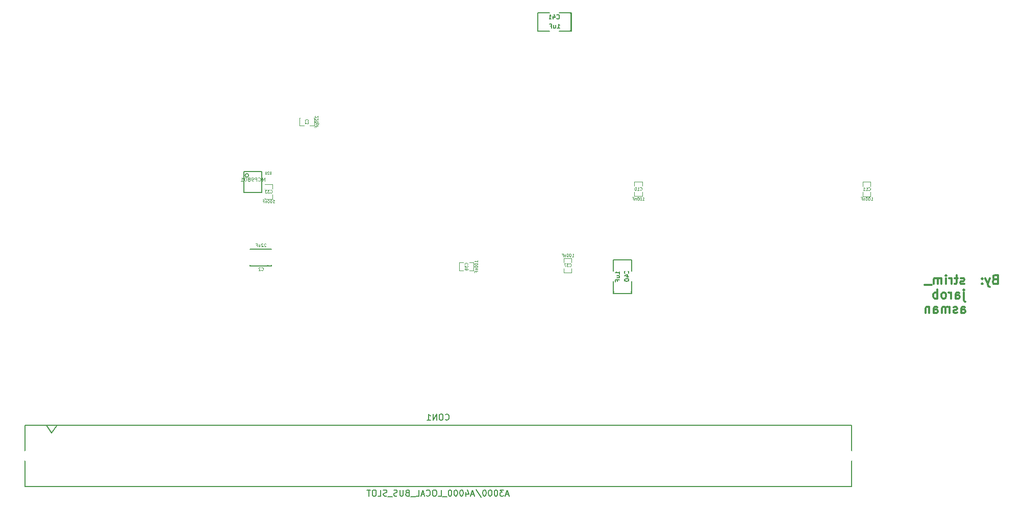
<source format=gbo>
G04 (created by PCBNEW (2013-07-07 BZR 4022)-stable) date 2015-08-26 18:09:03*
%MOIN*%
G04 Gerber Fmt 3.4, Leading zero omitted, Abs format*
%FSLAX34Y34*%
G01*
G70*
G90*
G04 APERTURE LIST*
%ADD10C,0.00590551*%
%ADD11C,0.011811*%
%ADD12C,0.0047*%
%ADD13C,0.005*%
%ADD14C,0.0045*%
%ADD15C,0.00393701*%
%ADD16C,0.00472441*%
%ADD17C,0.055*%
%ADD18R,0.055X0.055*%
%ADD19R,0.045X0.025*%
%ADD20R,0.025X0.045*%
%ADD21R,0.06X0.06*%
%ADD22C,0.06*%
%ADD23R,0.0768X0.0984*%
%ADD24C,0.0472441*%
%ADD25R,0.0472441X0.0472441*%
%ADD26C,0.11811*%
%ADD27R,0.0161X0.0402*%
%ADD28C,0.28189*%
%ADD29R,0.11X0.07*%
%ADD30R,0.07X0.11*%
G04 APERTURE END LIST*
G54D10*
G54D11*
X86878Y-31714D02*
X86793Y-31742D01*
X86765Y-31770D01*
X86737Y-31827D01*
X86737Y-31911D01*
X86765Y-31967D01*
X86793Y-31995D01*
X86850Y-32024D01*
X87075Y-32024D01*
X87075Y-31433D01*
X86878Y-31433D01*
X86821Y-31461D01*
X86793Y-31489D01*
X86765Y-31545D01*
X86765Y-31602D01*
X86793Y-31658D01*
X86821Y-31686D01*
X86878Y-31714D01*
X87075Y-31714D01*
X86540Y-31630D02*
X86400Y-32024D01*
X86259Y-31630D02*
X86400Y-32024D01*
X86456Y-32164D01*
X86484Y-32192D01*
X86540Y-32220D01*
X86034Y-31967D02*
X86006Y-31995D01*
X86034Y-32024D01*
X86062Y-31995D01*
X86034Y-31967D01*
X86034Y-32024D01*
X86034Y-31658D02*
X86006Y-31686D01*
X86034Y-31714D01*
X86062Y-31686D01*
X86034Y-31658D01*
X86034Y-31714D01*
X84881Y-31995D02*
X84825Y-32024D01*
X84712Y-32024D01*
X84656Y-31995D01*
X84628Y-31939D01*
X84628Y-31911D01*
X84656Y-31855D01*
X84712Y-31827D01*
X84797Y-31827D01*
X84853Y-31799D01*
X84881Y-31742D01*
X84881Y-31714D01*
X84853Y-31658D01*
X84797Y-31630D01*
X84712Y-31630D01*
X84656Y-31658D01*
X84459Y-31630D02*
X84234Y-31630D01*
X84375Y-31433D02*
X84375Y-31939D01*
X84347Y-31995D01*
X84290Y-32024D01*
X84234Y-32024D01*
X84037Y-32024D02*
X84037Y-31630D01*
X84037Y-31742D02*
X84009Y-31686D01*
X83981Y-31658D01*
X83925Y-31630D01*
X83869Y-31630D01*
X83672Y-32024D02*
X83672Y-31630D01*
X83672Y-31433D02*
X83700Y-31461D01*
X83672Y-31489D01*
X83644Y-31461D01*
X83672Y-31433D01*
X83672Y-31489D01*
X83391Y-32024D02*
X83391Y-31630D01*
X83391Y-31686D02*
X83362Y-31658D01*
X83306Y-31630D01*
X83222Y-31630D01*
X83166Y-31658D01*
X83138Y-31714D01*
X83138Y-32024D01*
X83138Y-31714D02*
X83109Y-31658D01*
X83053Y-31630D01*
X82969Y-31630D01*
X82913Y-31658D01*
X82884Y-31714D01*
X82884Y-32024D01*
X82744Y-32080D02*
X82294Y-32080D01*
X84839Y-32575D02*
X84839Y-33081D01*
X84867Y-33137D01*
X84923Y-33165D01*
X84951Y-33165D01*
X84839Y-32378D02*
X84867Y-32406D01*
X84839Y-32434D01*
X84811Y-32406D01*
X84839Y-32378D01*
X84839Y-32434D01*
X84305Y-32968D02*
X84305Y-32659D01*
X84333Y-32603D01*
X84389Y-32575D01*
X84501Y-32575D01*
X84558Y-32603D01*
X84305Y-32940D02*
X84361Y-32968D01*
X84501Y-32968D01*
X84558Y-32940D01*
X84586Y-32884D01*
X84586Y-32828D01*
X84558Y-32772D01*
X84501Y-32743D01*
X84361Y-32743D01*
X84305Y-32715D01*
X84023Y-32968D02*
X84023Y-32575D01*
X84023Y-32687D02*
X83995Y-32631D01*
X83967Y-32603D01*
X83911Y-32575D01*
X83855Y-32575D01*
X83573Y-32968D02*
X83630Y-32940D01*
X83658Y-32912D01*
X83686Y-32856D01*
X83686Y-32687D01*
X83658Y-32631D01*
X83630Y-32603D01*
X83573Y-32575D01*
X83489Y-32575D01*
X83433Y-32603D01*
X83405Y-32631D01*
X83377Y-32687D01*
X83377Y-32856D01*
X83405Y-32912D01*
X83433Y-32940D01*
X83489Y-32968D01*
X83573Y-32968D01*
X83123Y-32968D02*
X83123Y-32378D01*
X83123Y-32603D02*
X83067Y-32575D01*
X82955Y-32575D01*
X82898Y-32603D01*
X82870Y-32631D01*
X82842Y-32687D01*
X82842Y-32856D01*
X82870Y-32912D01*
X82898Y-32940D01*
X82955Y-32968D01*
X83067Y-32968D01*
X83123Y-32940D01*
X84670Y-33913D02*
X84670Y-33604D01*
X84698Y-33548D01*
X84755Y-33520D01*
X84867Y-33520D01*
X84923Y-33548D01*
X84670Y-33885D02*
X84726Y-33913D01*
X84867Y-33913D01*
X84923Y-33885D01*
X84951Y-33829D01*
X84951Y-33773D01*
X84923Y-33716D01*
X84867Y-33688D01*
X84726Y-33688D01*
X84670Y-33660D01*
X84417Y-33885D02*
X84361Y-33913D01*
X84248Y-33913D01*
X84192Y-33885D01*
X84164Y-33829D01*
X84164Y-33801D01*
X84192Y-33745D01*
X84248Y-33716D01*
X84333Y-33716D01*
X84389Y-33688D01*
X84417Y-33632D01*
X84417Y-33604D01*
X84389Y-33548D01*
X84333Y-33520D01*
X84248Y-33520D01*
X84192Y-33548D01*
X83911Y-33913D02*
X83911Y-33520D01*
X83911Y-33576D02*
X83883Y-33548D01*
X83826Y-33520D01*
X83742Y-33520D01*
X83686Y-33548D01*
X83658Y-33604D01*
X83658Y-33913D01*
X83658Y-33604D02*
X83630Y-33548D01*
X83573Y-33520D01*
X83489Y-33520D01*
X83433Y-33548D01*
X83405Y-33604D01*
X83405Y-33913D01*
X82870Y-33913D02*
X82870Y-33604D01*
X82898Y-33548D01*
X82955Y-33520D01*
X83067Y-33520D01*
X83123Y-33548D01*
X82870Y-33885D02*
X82927Y-33913D01*
X83067Y-33913D01*
X83123Y-33885D01*
X83152Y-33829D01*
X83152Y-33773D01*
X83123Y-33716D01*
X83067Y-33688D01*
X82927Y-33688D01*
X82870Y-33660D01*
X82589Y-33520D02*
X82589Y-33913D01*
X82589Y-33576D02*
X82561Y-33548D01*
X82505Y-33520D01*
X82420Y-33520D01*
X82364Y-33548D01*
X82336Y-33604D01*
X82336Y-33913D01*
G54D12*
X78247Y-25629D02*
X78247Y-25354D01*
X78247Y-26023D02*
X78247Y-26298D01*
X78759Y-25629D02*
X78759Y-25354D01*
X78759Y-26298D02*
X78759Y-26023D01*
X78753Y-25354D02*
X78253Y-25354D01*
X78253Y-26298D02*
X78753Y-26298D01*
X63324Y-25623D02*
X63324Y-25348D01*
X63324Y-26017D02*
X63324Y-26292D01*
X63836Y-25623D02*
X63836Y-25348D01*
X63836Y-26292D02*
X63836Y-26017D01*
X63830Y-25348D02*
X63330Y-25348D01*
X63330Y-26292D02*
X63830Y-26292D01*
X41734Y-21673D02*
X41459Y-21673D01*
X42128Y-21673D02*
X42403Y-21673D01*
X41734Y-21161D02*
X41459Y-21161D01*
X42403Y-21161D02*
X42128Y-21161D01*
X41459Y-21167D02*
X41459Y-21667D01*
X42403Y-21667D02*
X42403Y-21167D01*
G54D13*
X39395Y-30830D02*
X39395Y-29730D01*
X39620Y-30830D02*
X38220Y-30830D01*
X38220Y-30830D02*
X38220Y-29730D01*
X38220Y-29730D02*
X39620Y-29730D01*
X39620Y-29730D02*
X39620Y-30830D01*
G54D10*
X25250Y-41750D02*
X25600Y-41250D01*
X25600Y-41250D02*
X24900Y-41250D01*
X24900Y-41250D02*
X25250Y-41750D01*
X77500Y-41250D02*
X23500Y-41250D01*
X23500Y-41250D02*
X23500Y-45250D01*
X23500Y-45250D02*
X77500Y-45250D01*
X77500Y-45250D02*
X77500Y-41250D01*
G54D12*
X39168Y-25794D02*
X39168Y-25519D01*
X39168Y-26188D02*
X39168Y-26463D01*
X39680Y-25794D02*
X39680Y-25519D01*
X39680Y-26463D02*
X39680Y-26188D01*
X39674Y-25519D02*
X39174Y-25519D01*
X39174Y-26463D02*
X39674Y-26463D01*
X59224Y-30995D02*
X59224Y-31270D01*
X59224Y-30601D02*
X59224Y-30326D01*
X58712Y-30995D02*
X58712Y-31270D01*
X58712Y-30326D02*
X58712Y-30601D01*
X58718Y-31270D02*
X59218Y-31270D01*
X59218Y-30326D02*
X58718Y-30326D01*
X52152Y-31126D02*
X51877Y-31126D01*
X52546Y-31126D02*
X52821Y-31126D01*
X52152Y-30614D02*
X51877Y-30614D01*
X52821Y-30614D02*
X52546Y-30614D01*
X51877Y-30620D02*
X51877Y-31120D01*
X52821Y-31120D02*
X52821Y-30620D01*
G54D10*
X37809Y-26029D02*
X38990Y-26029D01*
X38990Y-26029D02*
X38990Y-24690D01*
X38990Y-24690D02*
X37809Y-24690D01*
X37809Y-24690D02*
X37809Y-26029D01*
G54D13*
X38117Y-24926D02*
G75*
G03X38117Y-24926I-111J0D01*
G74*
G01*
X63145Y-32635D02*
X61945Y-32635D01*
X61945Y-31185D02*
X61945Y-30435D01*
X61945Y-30435D02*
X63145Y-30435D01*
X63145Y-30435D02*
X63145Y-31185D01*
X63145Y-31835D02*
X63145Y-32635D01*
X63145Y-32556D02*
X61945Y-32556D01*
X61945Y-32635D02*
X61945Y-31835D01*
X59225Y-14295D02*
X59225Y-15495D01*
X57775Y-15495D02*
X57025Y-15495D01*
X57025Y-15495D02*
X57025Y-14295D01*
X57025Y-14295D02*
X57775Y-14295D01*
X58425Y-14295D02*
X59225Y-14295D01*
X59146Y-14295D02*
X59146Y-15495D01*
X59225Y-15495D02*
X58425Y-15495D01*
G54D14*
X78618Y-25887D02*
X78627Y-25897D01*
X78653Y-25906D01*
X78670Y-25906D01*
X78695Y-25897D01*
X78713Y-25878D01*
X78721Y-25859D01*
X78730Y-25821D01*
X78730Y-25792D01*
X78721Y-25754D01*
X78713Y-25735D01*
X78695Y-25716D01*
X78670Y-25706D01*
X78653Y-25706D01*
X78627Y-25716D01*
X78618Y-25726D01*
X78447Y-25906D02*
X78550Y-25906D01*
X78498Y-25906D02*
X78498Y-25706D01*
X78515Y-25735D01*
X78533Y-25754D01*
X78550Y-25764D01*
X78275Y-25906D02*
X78378Y-25906D01*
X78327Y-25906D02*
X78327Y-25706D01*
X78344Y-25735D01*
X78361Y-25754D01*
X78378Y-25764D01*
X78781Y-26556D02*
X78884Y-26556D01*
X78833Y-26556D02*
X78833Y-26356D01*
X78850Y-26385D01*
X78867Y-26404D01*
X78884Y-26414D01*
X78670Y-26356D02*
X78653Y-26356D01*
X78635Y-26366D01*
X78627Y-26376D01*
X78618Y-26395D01*
X78610Y-26433D01*
X78610Y-26480D01*
X78618Y-26518D01*
X78627Y-26537D01*
X78635Y-26547D01*
X78653Y-26556D01*
X78670Y-26556D01*
X78687Y-26547D01*
X78695Y-26537D01*
X78704Y-26518D01*
X78713Y-26480D01*
X78713Y-26433D01*
X78704Y-26395D01*
X78695Y-26376D01*
X78687Y-26366D01*
X78670Y-26356D01*
X78498Y-26356D02*
X78481Y-26356D01*
X78464Y-26366D01*
X78455Y-26376D01*
X78447Y-26395D01*
X78438Y-26433D01*
X78438Y-26480D01*
X78447Y-26518D01*
X78455Y-26537D01*
X78464Y-26547D01*
X78481Y-26556D01*
X78498Y-26556D01*
X78515Y-26547D01*
X78524Y-26537D01*
X78533Y-26518D01*
X78541Y-26480D01*
X78541Y-26433D01*
X78533Y-26395D01*
X78524Y-26376D01*
X78515Y-26366D01*
X78498Y-26356D01*
X78361Y-26423D02*
X78361Y-26556D01*
X78361Y-26442D02*
X78352Y-26433D01*
X78335Y-26423D01*
X78310Y-26423D01*
X78292Y-26433D01*
X78284Y-26452D01*
X78284Y-26556D01*
X78138Y-26452D02*
X78198Y-26452D01*
X78198Y-26556D02*
X78198Y-26356D01*
X78113Y-26356D01*
X63695Y-25881D02*
X63704Y-25891D01*
X63730Y-25900D01*
X63747Y-25900D01*
X63772Y-25891D01*
X63790Y-25872D01*
X63798Y-25853D01*
X63807Y-25815D01*
X63807Y-25786D01*
X63798Y-25748D01*
X63790Y-25729D01*
X63772Y-25710D01*
X63747Y-25700D01*
X63730Y-25700D01*
X63704Y-25710D01*
X63695Y-25720D01*
X63524Y-25900D02*
X63627Y-25900D01*
X63575Y-25900D02*
X63575Y-25700D01*
X63592Y-25729D01*
X63610Y-25748D01*
X63627Y-25758D01*
X63412Y-25700D02*
X63395Y-25700D01*
X63378Y-25710D01*
X63370Y-25720D01*
X63361Y-25739D01*
X63352Y-25777D01*
X63352Y-25824D01*
X63361Y-25862D01*
X63370Y-25881D01*
X63378Y-25891D01*
X63395Y-25900D01*
X63412Y-25900D01*
X63430Y-25891D01*
X63438Y-25881D01*
X63447Y-25862D01*
X63455Y-25824D01*
X63455Y-25777D01*
X63447Y-25739D01*
X63438Y-25720D01*
X63430Y-25710D01*
X63412Y-25700D01*
X63858Y-26550D02*
X63961Y-26550D01*
X63910Y-26550D02*
X63910Y-26350D01*
X63927Y-26379D01*
X63944Y-26398D01*
X63961Y-26408D01*
X63747Y-26350D02*
X63730Y-26350D01*
X63712Y-26360D01*
X63704Y-26370D01*
X63695Y-26389D01*
X63687Y-26427D01*
X63687Y-26474D01*
X63695Y-26512D01*
X63704Y-26531D01*
X63712Y-26541D01*
X63730Y-26550D01*
X63747Y-26550D01*
X63764Y-26541D01*
X63772Y-26531D01*
X63781Y-26512D01*
X63790Y-26474D01*
X63790Y-26427D01*
X63781Y-26389D01*
X63772Y-26370D01*
X63764Y-26360D01*
X63747Y-26350D01*
X63575Y-26350D02*
X63558Y-26350D01*
X63541Y-26360D01*
X63532Y-26370D01*
X63524Y-26389D01*
X63515Y-26427D01*
X63515Y-26474D01*
X63524Y-26512D01*
X63532Y-26531D01*
X63541Y-26541D01*
X63558Y-26550D01*
X63575Y-26550D01*
X63592Y-26541D01*
X63601Y-26531D01*
X63610Y-26512D01*
X63618Y-26474D01*
X63618Y-26427D01*
X63610Y-26389D01*
X63601Y-26370D01*
X63592Y-26360D01*
X63575Y-26350D01*
X63438Y-26417D02*
X63438Y-26550D01*
X63438Y-26436D02*
X63429Y-26427D01*
X63412Y-26417D01*
X63387Y-26417D01*
X63369Y-26427D01*
X63361Y-26446D01*
X63361Y-26550D01*
X63215Y-26446D02*
X63275Y-26446D01*
X63275Y-26550D02*
X63275Y-26350D01*
X63190Y-26350D01*
X41992Y-21387D02*
X42002Y-21378D01*
X42011Y-21352D01*
X42011Y-21335D01*
X42002Y-21309D01*
X41983Y-21292D01*
X41964Y-21284D01*
X41926Y-21275D01*
X41897Y-21275D01*
X41859Y-21284D01*
X41840Y-21292D01*
X41821Y-21309D01*
X41811Y-21335D01*
X41811Y-21352D01*
X41821Y-21378D01*
X41831Y-21387D01*
X41811Y-21447D02*
X41811Y-21558D01*
X41888Y-21498D01*
X41888Y-21524D01*
X41897Y-21541D01*
X41907Y-21549D01*
X41926Y-21558D01*
X41973Y-21558D01*
X41992Y-21549D01*
X42002Y-21541D01*
X42011Y-21524D01*
X42011Y-21472D01*
X42002Y-21455D01*
X41992Y-21447D01*
X42481Y-21035D02*
X42471Y-21044D01*
X42461Y-21061D01*
X42461Y-21104D01*
X42471Y-21121D01*
X42481Y-21129D01*
X42500Y-21138D01*
X42519Y-21138D01*
X42547Y-21129D01*
X42661Y-21026D01*
X42661Y-21138D01*
X42481Y-21207D02*
X42471Y-21215D01*
X42461Y-21232D01*
X42461Y-21275D01*
X42471Y-21292D01*
X42481Y-21301D01*
X42500Y-21309D01*
X42519Y-21309D01*
X42547Y-21301D01*
X42661Y-21198D01*
X42661Y-21309D01*
X42461Y-21421D02*
X42461Y-21438D01*
X42471Y-21455D01*
X42481Y-21464D01*
X42500Y-21472D01*
X42538Y-21481D01*
X42585Y-21481D01*
X42623Y-21472D01*
X42642Y-21464D01*
X42652Y-21455D01*
X42661Y-21438D01*
X42661Y-21421D01*
X42652Y-21404D01*
X42642Y-21395D01*
X42623Y-21387D01*
X42585Y-21378D01*
X42538Y-21378D01*
X42500Y-21387D01*
X42481Y-21395D01*
X42471Y-21404D01*
X42461Y-21421D01*
X42528Y-21558D02*
X42728Y-21558D01*
X42538Y-21558D02*
X42528Y-21575D01*
X42528Y-21609D01*
X42538Y-21627D01*
X42547Y-21635D01*
X42566Y-21644D01*
X42623Y-21644D01*
X42642Y-21635D01*
X42652Y-21627D01*
X42661Y-21609D01*
X42661Y-21575D01*
X42652Y-21558D01*
X42557Y-21781D02*
X42557Y-21721D01*
X42661Y-21721D02*
X42461Y-21721D01*
X42461Y-21807D01*
G54D12*
X38952Y-31115D02*
X38962Y-31125D01*
X38990Y-31134D01*
X39009Y-31134D01*
X39037Y-31125D01*
X39056Y-31106D01*
X39065Y-31087D01*
X39074Y-31050D01*
X39074Y-31022D01*
X39065Y-30984D01*
X39056Y-30965D01*
X39037Y-30947D01*
X39009Y-30937D01*
X38990Y-30937D01*
X38962Y-30947D01*
X38952Y-30956D01*
X38877Y-30956D02*
X38868Y-30947D01*
X38849Y-30937D01*
X38802Y-30937D01*
X38783Y-30947D01*
X38774Y-30956D01*
X38765Y-30975D01*
X38765Y-30994D01*
X38774Y-31022D01*
X38887Y-31134D01*
X38765Y-31134D01*
X39243Y-29406D02*
X39234Y-29397D01*
X39215Y-29387D01*
X39168Y-29387D01*
X39149Y-29397D01*
X39140Y-29406D01*
X39131Y-29425D01*
X39131Y-29444D01*
X39140Y-29472D01*
X39253Y-29584D01*
X39131Y-29584D01*
X39056Y-29406D02*
X39046Y-29397D01*
X39027Y-29387D01*
X38980Y-29387D01*
X38962Y-29397D01*
X38952Y-29406D01*
X38943Y-29425D01*
X38943Y-29444D01*
X38952Y-29472D01*
X39065Y-29584D01*
X38943Y-29584D01*
X38774Y-29453D02*
X38774Y-29584D01*
X38859Y-29453D02*
X38859Y-29556D01*
X38849Y-29575D01*
X38830Y-29584D01*
X38802Y-29584D01*
X38783Y-29575D01*
X38774Y-29565D01*
X38615Y-29481D02*
X38680Y-29481D01*
X38680Y-29584D02*
X38680Y-29387D01*
X38586Y-29387D01*
G54D10*
X50978Y-40871D02*
X50996Y-40890D01*
X51053Y-40909D01*
X51090Y-40909D01*
X51146Y-40890D01*
X51184Y-40853D01*
X51203Y-40815D01*
X51221Y-40740D01*
X51221Y-40684D01*
X51203Y-40609D01*
X51184Y-40571D01*
X51146Y-40534D01*
X51090Y-40515D01*
X51053Y-40515D01*
X50996Y-40534D01*
X50978Y-40553D01*
X50734Y-40515D02*
X50659Y-40515D01*
X50621Y-40534D01*
X50584Y-40571D01*
X50565Y-40646D01*
X50565Y-40778D01*
X50584Y-40853D01*
X50621Y-40890D01*
X50659Y-40909D01*
X50734Y-40909D01*
X50771Y-40890D01*
X50809Y-40853D01*
X50828Y-40778D01*
X50828Y-40646D01*
X50809Y-40571D01*
X50771Y-40534D01*
X50734Y-40515D01*
X50396Y-40909D02*
X50396Y-40515D01*
X50171Y-40909D01*
X50171Y-40515D01*
X49778Y-40909D02*
X50003Y-40909D01*
X49890Y-40909D02*
X49890Y-40515D01*
X49928Y-40571D01*
X49965Y-40609D01*
X50003Y-40628D01*
X55102Y-45746D02*
X54915Y-45746D01*
X55140Y-45859D02*
X55008Y-45465D01*
X54877Y-45859D01*
X54783Y-45465D02*
X54540Y-45465D01*
X54671Y-45615D01*
X54615Y-45615D01*
X54577Y-45634D01*
X54558Y-45653D01*
X54540Y-45690D01*
X54540Y-45784D01*
X54558Y-45821D01*
X54577Y-45840D01*
X54615Y-45859D01*
X54727Y-45859D01*
X54765Y-45840D01*
X54783Y-45821D01*
X54296Y-45465D02*
X54258Y-45465D01*
X54221Y-45484D01*
X54202Y-45503D01*
X54183Y-45540D01*
X54165Y-45615D01*
X54165Y-45709D01*
X54183Y-45784D01*
X54202Y-45821D01*
X54221Y-45840D01*
X54258Y-45859D01*
X54296Y-45859D01*
X54333Y-45840D01*
X54352Y-45821D01*
X54371Y-45784D01*
X54390Y-45709D01*
X54390Y-45615D01*
X54371Y-45540D01*
X54352Y-45503D01*
X54333Y-45484D01*
X54296Y-45465D01*
X53921Y-45465D02*
X53883Y-45465D01*
X53846Y-45484D01*
X53827Y-45503D01*
X53808Y-45540D01*
X53790Y-45615D01*
X53790Y-45709D01*
X53808Y-45784D01*
X53827Y-45821D01*
X53846Y-45840D01*
X53883Y-45859D01*
X53921Y-45859D01*
X53958Y-45840D01*
X53977Y-45821D01*
X53996Y-45784D01*
X54015Y-45709D01*
X54015Y-45615D01*
X53996Y-45540D01*
X53977Y-45503D01*
X53958Y-45484D01*
X53921Y-45465D01*
X53546Y-45465D02*
X53508Y-45465D01*
X53471Y-45484D01*
X53452Y-45503D01*
X53434Y-45540D01*
X53415Y-45615D01*
X53415Y-45709D01*
X53434Y-45784D01*
X53452Y-45821D01*
X53471Y-45840D01*
X53508Y-45859D01*
X53546Y-45859D01*
X53583Y-45840D01*
X53602Y-45821D01*
X53621Y-45784D01*
X53640Y-45709D01*
X53640Y-45615D01*
X53621Y-45540D01*
X53602Y-45503D01*
X53583Y-45484D01*
X53546Y-45465D01*
X52965Y-45446D02*
X53302Y-45953D01*
X52852Y-45746D02*
X52665Y-45746D01*
X52890Y-45859D02*
X52759Y-45465D01*
X52627Y-45859D01*
X52327Y-45596D02*
X52327Y-45859D01*
X52421Y-45446D02*
X52515Y-45728D01*
X52271Y-45728D01*
X52046Y-45465D02*
X52009Y-45465D01*
X51971Y-45484D01*
X51952Y-45503D01*
X51934Y-45540D01*
X51915Y-45615D01*
X51915Y-45709D01*
X51934Y-45784D01*
X51952Y-45821D01*
X51971Y-45840D01*
X52009Y-45859D01*
X52046Y-45859D01*
X52084Y-45840D01*
X52102Y-45821D01*
X52121Y-45784D01*
X52140Y-45709D01*
X52140Y-45615D01*
X52121Y-45540D01*
X52102Y-45503D01*
X52084Y-45484D01*
X52046Y-45465D01*
X51671Y-45465D02*
X51634Y-45465D01*
X51596Y-45484D01*
X51577Y-45503D01*
X51559Y-45540D01*
X51540Y-45615D01*
X51540Y-45709D01*
X51559Y-45784D01*
X51577Y-45821D01*
X51596Y-45840D01*
X51634Y-45859D01*
X51671Y-45859D01*
X51709Y-45840D01*
X51727Y-45821D01*
X51746Y-45784D01*
X51765Y-45709D01*
X51765Y-45615D01*
X51746Y-45540D01*
X51727Y-45503D01*
X51709Y-45484D01*
X51671Y-45465D01*
X51296Y-45465D02*
X51259Y-45465D01*
X51221Y-45484D01*
X51203Y-45503D01*
X51184Y-45540D01*
X51165Y-45615D01*
X51165Y-45709D01*
X51184Y-45784D01*
X51203Y-45821D01*
X51221Y-45840D01*
X51259Y-45859D01*
X51296Y-45859D01*
X51334Y-45840D01*
X51353Y-45821D01*
X51371Y-45784D01*
X51390Y-45709D01*
X51390Y-45615D01*
X51371Y-45540D01*
X51353Y-45503D01*
X51334Y-45484D01*
X51296Y-45465D01*
X51090Y-45896D02*
X50790Y-45896D01*
X50509Y-45859D02*
X50696Y-45859D01*
X50696Y-45465D01*
X50303Y-45465D02*
X50228Y-45465D01*
X50190Y-45484D01*
X50153Y-45521D01*
X50134Y-45596D01*
X50134Y-45728D01*
X50153Y-45803D01*
X50190Y-45840D01*
X50228Y-45859D01*
X50303Y-45859D01*
X50340Y-45840D01*
X50378Y-45803D01*
X50396Y-45728D01*
X50396Y-45596D01*
X50378Y-45521D01*
X50340Y-45484D01*
X50303Y-45465D01*
X49740Y-45821D02*
X49759Y-45840D01*
X49815Y-45859D01*
X49853Y-45859D01*
X49909Y-45840D01*
X49946Y-45803D01*
X49965Y-45765D01*
X49984Y-45690D01*
X49984Y-45634D01*
X49965Y-45559D01*
X49946Y-45521D01*
X49909Y-45484D01*
X49853Y-45465D01*
X49815Y-45465D01*
X49759Y-45484D01*
X49740Y-45503D01*
X49590Y-45746D02*
X49403Y-45746D01*
X49628Y-45859D02*
X49497Y-45465D01*
X49365Y-45859D01*
X49047Y-45859D02*
X49234Y-45859D01*
X49234Y-45465D01*
X49009Y-45896D02*
X48709Y-45896D01*
X48484Y-45653D02*
X48428Y-45671D01*
X48409Y-45690D01*
X48390Y-45728D01*
X48390Y-45784D01*
X48409Y-45821D01*
X48428Y-45840D01*
X48465Y-45859D01*
X48615Y-45859D01*
X48615Y-45465D01*
X48484Y-45465D01*
X48447Y-45484D01*
X48428Y-45503D01*
X48409Y-45540D01*
X48409Y-45578D01*
X48428Y-45615D01*
X48447Y-45634D01*
X48484Y-45653D01*
X48615Y-45653D01*
X48222Y-45465D02*
X48222Y-45784D01*
X48203Y-45821D01*
X48184Y-45840D01*
X48147Y-45859D01*
X48072Y-45859D01*
X48034Y-45840D01*
X48015Y-45821D01*
X47997Y-45784D01*
X47997Y-45465D01*
X47828Y-45840D02*
X47772Y-45859D01*
X47678Y-45859D01*
X47640Y-45840D01*
X47622Y-45821D01*
X47603Y-45784D01*
X47603Y-45746D01*
X47622Y-45709D01*
X47640Y-45690D01*
X47678Y-45671D01*
X47753Y-45653D01*
X47790Y-45634D01*
X47809Y-45615D01*
X47828Y-45578D01*
X47828Y-45540D01*
X47809Y-45503D01*
X47790Y-45484D01*
X47753Y-45465D01*
X47659Y-45465D01*
X47603Y-45484D01*
X47528Y-45896D02*
X47228Y-45896D01*
X47153Y-45840D02*
X47097Y-45859D01*
X47003Y-45859D01*
X46966Y-45840D01*
X46947Y-45821D01*
X46928Y-45784D01*
X46928Y-45746D01*
X46947Y-45709D01*
X46966Y-45690D01*
X47003Y-45671D01*
X47078Y-45653D01*
X47116Y-45634D01*
X47134Y-45615D01*
X47153Y-45578D01*
X47153Y-45540D01*
X47134Y-45503D01*
X47116Y-45484D01*
X47078Y-45465D01*
X46984Y-45465D01*
X46928Y-45484D01*
X46572Y-45859D02*
X46759Y-45859D01*
X46759Y-45465D01*
X46366Y-45465D02*
X46291Y-45465D01*
X46253Y-45484D01*
X46216Y-45521D01*
X46197Y-45596D01*
X46197Y-45728D01*
X46216Y-45803D01*
X46253Y-45840D01*
X46291Y-45859D01*
X46366Y-45859D01*
X46403Y-45840D01*
X46441Y-45803D01*
X46459Y-45728D01*
X46459Y-45596D01*
X46441Y-45521D01*
X46403Y-45484D01*
X46366Y-45465D01*
X46084Y-45465D02*
X45859Y-45465D01*
X45972Y-45859D02*
X45972Y-45465D01*
G54D14*
X39539Y-26052D02*
X39548Y-26062D01*
X39574Y-26071D01*
X39591Y-26071D01*
X39616Y-26062D01*
X39634Y-26043D01*
X39642Y-26024D01*
X39651Y-25986D01*
X39651Y-25957D01*
X39642Y-25919D01*
X39634Y-25900D01*
X39616Y-25881D01*
X39591Y-25871D01*
X39574Y-25871D01*
X39548Y-25881D01*
X39539Y-25891D01*
X39479Y-25871D02*
X39368Y-25871D01*
X39428Y-25948D01*
X39402Y-25948D01*
X39385Y-25957D01*
X39376Y-25967D01*
X39368Y-25986D01*
X39368Y-26033D01*
X39376Y-26052D01*
X39385Y-26062D01*
X39402Y-26071D01*
X39454Y-26071D01*
X39471Y-26062D01*
X39479Y-26052D01*
X39308Y-25871D02*
X39196Y-25871D01*
X39256Y-25948D01*
X39231Y-25948D01*
X39214Y-25957D01*
X39205Y-25967D01*
X39196Y-25986D01*
X39196Y-26033D01*
X39205Y-26052D01*
X39214Y-26062D01*
X39231Y-26071D01*
X39282Y-26071D01*
X39299Y-26062D01*
X39308Y-26052D01*
X39702Y-26721D02*
X39805Y-26721D01*
X39754Y-26721D02*
X39754Y-26521D01*
X39771Y-26550D01*
X39788Y-26569D01*
X39805Y-26579D01*
X39591Y-26521D02*
X39574Y-26521D01*
X39556Y-26531D01*
X39548Y-26541D01*
X39539Y-26560D01*
X39531Y-26598D01*
X39531Y-26645D01*
X39539Y-26683D01*
X39548Y-26702D01*
X39556Y-26712D01*
X39574Y-26721D01*
X39591Y-26721D01*
X39608Y-26712D01*
X39616Y-26702D01*
X39625Y-26683D01*
X39634Y-26645D01*
X39634Y-26598D01*
X39625Y-26560D01*
X39616Y-26541D01*
X39608Y-26531D01*
X39591Y-26521D01*
X39419Y-26521D02*
X39402Y-26521D01*
X39385Y-26531D01*
X39376Y-26541D01*
X39368Y-26560D01*
X39359Y-26598D01*
X39359Y-26645D01*
X39368Y-26683D01*
X39376Y-26702D01*
X39385Y-26712D01*
X39402Y-26721D01*
X39419Y-26721D01*
X39436Y-26712D01*
X39445Y-26702D01*
X39454Y-26683D01*
X39462Y-26645D01*
X39462Y-26598D01*
X39454Y-26560D01*
X39445Y-26541D01*
X39436Y-26531D01*
X39419Y-26521D01*
X39282Y-26588D02*
X39282Y-26721D01*
X39282Y-26607D02*
X39273Y-26598D01*
X39256Y-26588D01*
X39231Y-26588D01*
X39213Y-26598D01*
X39205Y-26617D01*
X39205Y-26721D01*
X39059Y-26617D02*
X39119Y-26617D01*
X39119Y-26721D02*
X39119Y-26521D01*
X39034Y-26521D01*
X59083Y-30859D02*
X59092Y-30869D01*
X59118Y-30878D01*
X59135Y-30878D01*
X59160Y-30869D01*
X59178Y-30850D01*
X59186Y-30831D01*
X59195Y-30793D01*
X59195Y-30764D01*
X59186Y-30726D01*
X59178Y-30707D01*
X59160Y-30688D01*
X59135Y-30678D01*
X59118Y-30678D01*
X59092Y-30688D01*
X59083Y-30698D01*
X59023Y-30678D02*
X58912Y-30678D01*
X58972Y-30755D01*
X58946Y-30755D01*
X58929Y-30764D01*
X58920Y-30774D01*
X58912Y-30793D01*
X58912Y-30840D01*
X58920Y-30859D01*
X58929Y-30869D01*
X58946Y-30878D01*
X58998Y-30878D01*
X59015Y-30869D01*
X59023Y-30859D01*
X58852Y-30678D02*
X58732Y-30678D01*
X58809Y-30878D01*
X59246Y-30228D02*
X59349Y-30228D01*
X59298Y-30228D02*
X59298Y-30028D01*
X59315Y-30057D01*
X59332Y-30076D01*
X59349Y-30086D01*
X59135Y-30028D02*
X59118Y-30028D01*
X59100Y-30038D01*
X59092Y-30048D01*
X59083Y-30067D01*
X59075Y-30105D01*
X59075Y-30152D01*
X59083Y-30190D01*
X59092Y-30209D01*
X59100Y-30219D01*
X59118Y-30228D01*
X59135Y-30228D01*
X59152Y-30219D01*
X59160Y-30209D01*
X59169Y-30190D01*
X59178Y-30152D01*
X59178Y-30105D01*
X59169Y-30067D01*
X59160Y-30048D01*
X59152Y-30038D01*
X59135Y-30028D01*
X58963Y-30028D02*
X58946Y-30028D01*
X58929Y-30038D01*
X58920Y-30048D01*
X58912Y-30067D01*
X58903Y-30105D01*
X58903Y-30152D01*
X58912Y-30190D01*
X58920Y-30209D01*
X58929Y-30219D01*
X58946Y-30228D01*
X58963Y-30228D01*
X58980Y-30219D01*
X58989Y-30209D01*
X58998Y-30190D01*
X59006Y-30152D01*
X59006Y-30105D01*
X58998Y-30067D01*
X58989Y-30048D01*
X58980Y-30038D01*
X58963Y-30028D01*
X58826Y-30095D02*
X58826Y-30228D01*
X58826Y-30114D02*
X58817Y-30105D01*
X58800Y-30095D01*
X58775Y-30095D01*
X58757Y-30105D01*
X58749Y-30124D01*
X58749Y-30228D01*
X58603Y-30124D02*
X58663Y-30124D01*
X58663Y-30228D02*
X58663Y-30028D01*
X58578Y-30028D01*
X52410Y-30754D02*
X52420Y-30745D01*
X52429Y-30720D01*
X52429Y-30702D01*
X52420Y-30677D01*
X52401Y-30660D01*
X52382Y-30651D01*
X52344Y-30642D01*
X52315Y-30642D01*
X52277Y-30651D01*
X52258Y-30660D01*
X52239Y-30677D01*
X52229Y-30702D01*
X52229Y-30720D01*
X52239Y-30745D01*
X52249Y-30754D01*
X52229Y-30814D02*
X52229Y-30925D01*
X52306Y-30865D01*
X52306Y-30891D01*
X52315Y-30908D01*
X52325Y-30917D01*
X52344Y-30925D01*
X52391Y-30925D01*
X52410Y-30917D01*
X52420Y-30908D01*
X52429Y-30891D01*
X52429Y-30840D01*
X52420Y-30822D01*
X52410Y-30814D01*
X52315Y-31028D02*
X52306Y-31011D01*
X52296Y-31002D01*
X52277Y-30994D01*
X52268Y-30994D01*
X52249Y-31002D01*
X52239Y-31011D01*
X52229Y-31028D01*
X52229Y-31062D01*
X52239Y-31080D01*
X52249Y-31088D01*
X52268Y-31097D01*
X52277Y-31097D01*
X52296Y-31088D01*
X52306Y-31080D01*
X52315Y-31062D01*
X52315Y-31028D01*
X52325Y-31011D01*
X52334Y-31002D01*
X52353Y-30994D01*
X52391Y-30994D01*
X52410Y-31002D01*
X52420Y-31011D01*
X52429Y-31028D01*
X52429Y-31062D01*
X52420Y-31080D01*
X52410Y-31088D01*
X52391Y-31097D01*
X52353Y-31097D01*
X52334Y-31088D01*
X52325Y-31080D01*
X52315Y-31062D01*
X53079Y-30591D02*
X53079Y-30488D01*
X53079Y-30539D02*
X52879Y-30539D01*
X52908Y-30522D01*
X52927Y-30505D01*
X52937Y-30488D01*
X52879Y-30702D02*
X52879Y-30720D01*
X52889Y-30737D01*
X52899Y-30745D01*
X52918Y-30754D01*
X52956Y-30762D01*
X53003Y-30762D01*
X53041Y-30754D01*
X53060Y-30745D01*
X53070Y-30737D01*
X53079Y-30720D01*
X53079Y-30702D01*
X53070Y-30685D01*
X53060Y-30677D01*
X53041Y-30668D01*
X53003Y-30660D01*
X52956Y-30660D01*
X52918Y-30668D01*
X52899Y-30677D01*
X52889Y-30685D01*
X52879Y-30702D01*
X52879Y-30874D02*
X52879Y-30891D01*
X52889Y-30908D01*
X52899Y-30917D01*
X52918Y-30925D01*
X52956Y-30934D01*
X53003Y-30934D01*
X53041Y-30925D01*
X53060Y-30917D01*
X53070Y-30908D01*
X53079Y-30891D01*
X53079Y-30874D01*
X53070Y-30857D01*
X53060Y-30848D01*
X53041Y-30840D01*
X53003Y-30831D01*
X52956Y-30831D01*
X52918Y-30840D01*
X52899Y-30848D01*
X52889Y-30857D01*
X52879Y-30874D01*
X52946Y-31011D02*
X53079Y-31011D01*
X52965Y-31011D02*
X52956Y-31020D01*
X52946Y-31037D01*
X52946Y-31062D01*
X52956Y-31080D01*
X52975Y-31088D01*
X53079Y-31088D01*
X52975Y-31234D02*
X52975Y-31174D01*
X53079Y-31174D02*
X52879Y-31174D01*
X52879Y-31260D01*
G54D15*
X39594Y-24686D02*
X39594Y-24813D01*
X39587Y-24828D01*
X39579Y-24836D01*
X39564Y-24843D01*
X39534Y-24843D01*
X39519Y-24836D01*
X39512Y-24828D01*
X39504Y-24813D01*
X39504Y-24686D01*
X39437Y-24701D02*
X39429Y-24693D01*
X39414Y-24686D01*
X39377Y-24686D01*
X39362Y-24693D01*
X39355Y-24701D01*
X39347Y-24716D01*
X39347Y-24731D01*
X39355Y-24753D01*
X39444Y-24843D01*
X39347Y-24843D01*
X39250Y-24686D02*
X39235Y-24686D01*
X39220Y-24693D01*
X39212Y-24701D01*
X39205Y-24716D01*
X39197Y-24746D01*
X39197Y-24783D01*
X39205Y-24813D01*
X39212Y-24828D01*
X39220Y-24836D01*
X39235Y-24843D01*
X39250Y-24843D01*
X39265Y-24836D01*
X39272Y-24828D01*
X39280Y-24813D01*
X39287Y-24783D01*
X39287Y-24746D01*
X39280Y-24716D01*
X39272Y-24701D01*
X39265Y-24693D01*
X39250Y-24686D01*
G54D16*
X39164Y-25298D02*
X39164Y-25061D01*
X39086Y-25230D01*
X39007Y-25061D01*
X39007Y-25298D01*
X38759Y-25275D02*
X38771Y-25286D01*
X38804Y-25298D01*
X38827Y-25298D01*
X38861Y-25286D01*
X38883Y-25264D01*
X38894Y-25241D01*
X38906Y-25196D01*
X38906Y-25163D01*
X38894Y-25118D01*
X38883Y-25095D01*
X38861Y-25073D01*
X38827Y-25061D01*
X38804Y-25061D01*
X38771Y-25073D01*
X38759Y-25084D01*
X38658Y-25298D02*
X38658Y-25061D01*
X38568Y-25061D01*
X38546Y-25073D01*
X38534Y-25084D01*
X38523Y-25106D01*
X38523Y-25140D01*
X38534Y-25163D01*
X38546Y-25174D01*
X38568Y-25185D01*
X38658Y-25185D01*
X38411Y-25298D02*
X38366Y-25298D01*
X38343Y-25286D01*
X38332Y-25275D01*
X38310Y-25241D01*
X38298Y-25196D01*
X38298Y-25106D01*
X38310Y-25084D01*
X38321Y-25073D01*
X38343Y-25061D01*
X38388Y-25061D01*
X38411Y-25073D01*
X38422Y-25084D01*
X38433Y-25106D01*
X38433Y-25163D01*
X38422Y-25185D01*
X38411Y-25196D01*
X38388Y-25208D01*
X38343Y-25208D01*
X38321Y-25196D01*
X38310Y-25185D01*
X38298Y-25163D01*
X38163Y-25163D02*
X38186Y-25151D01*
X38197Y-25140D01*
X38208Y-25118D01*
X38208Y-25106D01*
X38197Y-25084D01*
X38186Y-25073D01*
X38163Y-25061D01*
X38118Y-25061D01*
X38096Y-25073D01*
X38085Y-25084D01*
X38073Y-25106D01*
X38073Y-25118D01*
X38085Y-25140D01*
X38096Y-25151D01*
X38118Y-25163D01*
X38163Y-25163D01*
X38186Y-25174D01*
X38197Y-25185D01*
X38208Y-25208D01*
X38208Y-25253D01*
X38197Y-25275D01*
X38186Y-25286D01*
X38163Y-25298D01*
X38118Y-25298D01*
X38096Y-25286D01*
X38085Y-25275D01*
X38073Y-25253D01*
X38073Y-25208D01*
X38085Y-25185D01*
X38096Y-25174D01*
X38118Y-25163D01*
X37927Y-25061D02*
X37905Y-25061D01*
X37882Y-25073D01*
X37871Y-25084D01*
X37860Y-25106D01*
X37848Y-25151D01*
X37848Y-25208D01*
X37860Y-25253D01*
X37871Y-25275D01*
X37882Y-25286D01*
X37905Y-25298D01*
X37927Y-25298D01*
X37950Y-25286D01*
X37961Y-25275D01*
X37972Y-25253D01*
X37983Y-25208D01*
X37983Y-25151D01*
X37972Y-25106D01*
X37961Y-25084D01*
X37950Y-25073D01*
X37927Y-25061D01*
X37623Y-25298D02*
X37758Y-25298D01*
X37691Y-25298D02*
X37691Y-25061D01*
X37713Y-25095D01*
X37736Y-25118D01*
X37758Y-25129D01*
G54D13*
X62930Y-31307D02*
X62943Y-31294D01*
X62956Y-31255D01*
X62956Y-31229D01*
X62943Y-31189D01*
X62917Y-31163D01*
X62890Y-31150D01*
X62838Y-31137D01*
X62799Y-31137D01*
X62746Y-31150D01*
X62720Y-31163D01*
X62694Y-31189D01*
X62680Y-31229D01*
X62680Y-31255D01*
X62694Y-31294D01*
X62707Y-31307D01*
X62772Y-31544D02*
X62956Y-31544D01*
X62667Y-31478D02*
X62864Y-31412D01*
X62864Y-31583D01*
X62680Y-31740D02*
X62680Y-31767D01*
X62694Y-31793D01*
X62707Y-31806D01*
X62733Y-31819D01*
X62785Y-31832D01*
X62851Y-31832D01*
X62904Y-31819D01*
X62930Y-31806D01*
X62943Y-31793D01*
X62956Y-31767D01*
X62956Y-31740D01*
X62943Y-31714D01*
X62930Y-31701D01*
X62904Y-31688D01*
X62851Y-31675D01*
X62785Y-31675D01*
X62733Y-31688D01*
X62707Y-31701D01*
X62694Y-31714D01*
X62680Y-31740D01*
X62356Y-31370D02*
X62356Y-31213D01*
X62356Y-31292D02*
X62080Y-31292D01*
X62120Y-31265D01*
X62146Y-31239D01*
X62159Y-31213D01*
X62172Y-31607D02*
X62356Y-31607D01*
X62172Y-31489D02*
X62317Y-31489D01*
X62343Y-31502D01*
X62356Y-31528D01*
X62356Y-31567D01*
X62343Y-31594D01*
X62330Y-31607D01*
X62212Y-31830D02*
X62212Y-31738D01*
X62356Y-31738D02*
X62080Y-31738D01*
X62080Y-31869D01*
X58252Y-14680D02*
X58265Y-14693D01*
X58304Y-14706D01*
X58330Y-14706D01*
X58370Y-14693D01*
X58396Y-14667D01*
X58409Y-14640D01*
X58422Y-14588D01*
X58422Y-14549D01*
X58409Y-14496D01*
X58396Y-14470D01*
X58370Y-14444D01*
X58330Y-14430D01*
X58304Y-14430D01*
X58265Y-14444D01*
X58252Y-14457D01*
X58015Y-14522D02*
X58015Y-14706D01*
X58081Y-14417D02*
X58147Y-14614D01*
X57976Y-14614D01*
X57727Y-14706D02*
X57884Y-14706D01*
X57805Y-14706D02*
X57805Y-14430D01*
X57832Y-14470D01*
X57858Y-14496D01*
X57884Y-14509D01*
X58289Y-15306D02*
X58446Y-15306D01*
X58367Y-15306D02*
X58367Y-15030D01*
X58394Y-15070D01*
X58420Y-15096D01*
X58446Y-15109D01*
X58052Y-15122D02*
X58052Y-15306D01*
X58170Y-15122D02*
X58170Y-15267D01*
X58157Y-15293D01*
X58131Y-15306D01*
X58092Y-15306D01*
X58065Y-15293D01*
X58052Y-15280D01*
X57829Y-15162D02*
X57921Y-15162D01*
X57921Y-15306D02*
X57921Y-15030D01*
X57790Y-15030D01*
%LPC*%
G54D17*
X26702Y-20728D03*
X25702Y-20728D03*
X24702Y-20728D03*
X26702Y-21728D03*
X25702Y-21728D03*
X24702Y-21728D03*
X26702Y-22728D03*
X25702Y-22728D03*
X24702Y-22728D03*
X26702Y-23728D03*
X25702Y-23728D03*
X24702Y-23728D03*
X26702Y-24728D03*
X25702Y-24728D03*
X24702Y-24728D03*
X26702Y-25728D03*
X25702Y-25728D03*
X24702Y-25728D03*
X26702Y-26728D03*
X25702Y-26728D03*
X24702Y-26728D03*
X26702Y-27728D03*
X25702Y-27728D03*
X24702Y-27728D03*
X26702Y-28728D03*
X25702Y-28728D03*
X24702Y-28728D03*
X26702Y-29728D03*
X25702Y-29728D03*
X24702Y-29728D03*
X26702Y-30728D03*
X25702Y-30728D03*
X24702Y-30728D03*
X23702Y-30728D03*
X22702Y-30728D03*
X21702Y-30728D03*
X20702Y-30728D03*
X19702Y-30728D03*
X18702Y-30728D03*
X17702Y-30728D03*
X16702Y-30728D03*
X15702Y-30728D03*
X14702Y-30728D03*
X26702Y-31728D03*
X25702Y-31728D03*
X24702Y-31728D03*
X23702Y-31728D03*
X22702Y-31728D03*
X21702Y-31728D03*
X20702Y-31728D03*
X19702Y-31728D03*
X18702Y-31728D03*
X17702Y-31728D03*
X16702Y-31728D03*
X15702Y-31728D03*
X14702Y-31728D03*
G54D18*
X26702Y-32728D03*
G54D17*
X25702Y-32728D03*
X24702Y-32728D03*
X23702Y-32728D03*
X22702Y-32728D03*
X21702Y-32728D03*
X20702Y-32728D03*
X19702Y-32728D03*
X18702Y-32728D03*
X17702Y-32728D03*
X16702Y-32728D03*
X15702Y-32728D03*
X14702Y-32728D03*
X23702Y-20728D03*
X22702Y-20728D03*
X21702Y-20728D03*
X20702Y-20728D03*
X19702Y-20728D03*
X18702Y-20728D03*
X17702Y-20728D03*
X16702Y-20728D03*
X15702Y-20728D03*
X14702Y-20728D03*
X23702Y-21728D03*
X22702Y-21728D03*
X21702Y-21728D03*
X20702Y-21728D03*
X19702Y-21728D03*
X18702Y-21728D03*
X17702Y-21728D03*
X16702Y-21728D03*
X15702Y-21728D03*
X14702Y-21728D03*
X23702Y-22728D03*
X22702Y-22728D03*
X21702Y-22728D03*
X20702Y-22728D03*
X19702Y-22728D03*
X18702Y-22728D03*
X17702Y-22728D03*
X16702Y-22728D03*
X15702Y-22728D03*
X14702Y-22728D03*
X16702Y-23728D03*
X15702Y-23728D03*
X14702Y-23728D03*
X16702Y-24728D03*
X15702Y-24728D03*
X14702Y-24728D03*
X16702Y-25728D03*
X15702Y-25728D03*
X14702Y-25728D03*
X16702Y-26728D03*
X15702Y-26728D03*
X14702Y-26728D03*
X16702Y-27728D03*
X15702Y-27728D03*
X14702Y-27728D03*
X16702Y-28728D03*
X15702Y-28728D03*
X14702Y-28728D03*
X16702Y-29728D03*
X15702Y-29728D03*
X14702Y-29728D03*
X23702Y-29728D03*
X23702Y-23728D03*
X17702Y-23728D03*
X17702Y-29728D03*
X22702Y-29728D03*
X22702Y-23728D03*
X23702Y-27728D03*
X17702Y-27728D03*
G54D19*
X78503Y-26126D03*
X78503Y-25526D03*
X63580Y-26120D03*
X63580Y-25520D03*
G54D20*
X42231Y-21417D03*
X41631Y-21417D03*
G54D21*
X42750Y-12000D03*
G54D22*
X43750Y-12000D03*
X44750Y-12000D03*
X45750Y-12000D03*
G54D21*
X48480Y-14020D03*
G54D22*
X48480Y-13020D03*
X48480Y-12020D03*
G54D21*
X49480Y-14020D03*
G54D22*
X49480Y-13020D03*
X49480Y-12020D03*
G54D21*
X50480Y-14020D03*
G54D22*
X50480Y-13020D03*
X50480Y-12020D03*
G54D21*
X53480Y-12020D03*
G54D22*
X53480Y-13020D03*
G54D21*
X61152Y-12012D03*
G54D22*
X60152Y-12012D03*
X59152Y-12012D03*
X58152Y-12012D03*
X57152Y-12012D03*
X56152Y-12012D03*
G54D18*
X55190Y-15510D03*
G54D17*
X54190Y-15510D03*
X53190Y-15510D03*
X52190Y-15510D03*
X52190Y-18510D03*
X53190Y-18510D03*
X54190Y-18510D03*
X55190Y-18510D03*
G54D23*
X39520Y-30280D03*
X38320Y-30280D03*
G54D21*
X51480Y-14020D03*
G54D22*
X51480Y-13020D03*
X51480Y-12020D03*
G54D21*
X52490Y-14020D03*
G54D22*
X52490Y-13020D03*
X52490Y-12020D03*
G54D24*
X51750Y-44400D03*
X51750Y-42900D03*
X51250Y-43650D03*
X51250Y-42150D03*
X52250Y-42150D03*
X52250Y-43650D03*
X52750Y-42900D03*
X52750Y-44400D03*
X54750Y-44400D03*
X54750Y-42900D03*
X54250Y-43650D03*
X54250Y-42150D03*
X53250Y-42150D03*
X53250Y-43650D03*
X53750Y-42900D03*
X53750Y-44400D03*
X57750Y-44400D03*
X57750Y-42900D03*
X57250Y-43650D03*
X57250Y-42150D03*
X58250Y-42150D03*
X58250Y-43650D03*
X58750Y-42900D03*
X58750Y-44400D03*
X56750Y-44400D03*
X56750Y-42900D03*
X56250Y-43650D03*
X56250Y-42150D03*
X55250Y-42150D03*
X55250Y-43650D03*
X55750Y-42900D03*
X55750Y-44400D03*
X63750Y-44400D03*
X63750Y-42900D03*
X63250Y-43650D03*
X63250Y-42150D03*
X64250Y-42150D03*
X64250Y-43650D03*
X64750Y-42900D03*
X64750Y-44400D03*
X66750Y-44400D03*
X66750Y-42900D03*
X66250Y-43650D03*
X66250Y-42150D03*
X65250Y-42150D03*
X65250Y-43650D03*
X65750Y-42900D03*
X65750Y-44400D03*
X61750Y-44400D03*
X61750Y-42900D03*
X61250Y-43650D03*
X61250Y-42150D03*
X62250Y-42150D03*
X62250Y-43650D03*
X62750Y-42900D03*
X62750Y-44400D03*
X60750Y-44400D03*
X60750Y-42900D03*
X60250Y-43650D03*
X60250Y-42150D03*
X59250Y-42150D03*
X59250Y-43650D03*
X59750Y-42900D03*
X59750Y-44400D03*
X68750Y-44400D03*
X68750Y-42900D03*
X68250Y-43650D03*
X68250Y-42150D03*
X69250Y-42150D03*
X69250Y-43650D03*
X69750Y-42900D03*
X69750Y-44400D03*
X71750Y-44400D03*
X71750Y-42900D03*
X71250Y-43650D03*
X71250Y-42150D03*
X70250Y-42150D03*
X70250Y-43650D03*
X70750Y-42900D03*
X70750Y-44400D03*
X74750Y-44400D03*
X74750Y-42900D03*
X74250Y-43650D03*
X74250Y-42150D03*
X75250Y-42150D03*
X75250Y-43650D03*
X75750Y-42900D03*
X75750Y-44400D03*
X73750Y-44400D03*
X73750Y-42900D03*
X73250Y-43650D03*
X73250Y-42150D03*
X72250Y-42150D03*
X72250Y-43650D03*
X72750Y-42900D03*
X72750Y-44400D03*
X67750Y-44400D03*
X67750Y-42900D03*
X67250Y-43650D03*
X67250Y-42150D03*
X41250Y-42150D03*
X41250Y-43650D03*
X41750Y-42900D03*
X41750Y-44400D03*
X46750Y-44400D03*
X46750Y-42900D03*
X46250Y-43650D03*
X46250Y-42150D03*
X47250Y-42150D03*
X47250Y-43650D03*
X47750Y-42900D03*
X47750Y-44400D03*
X49750Y-44400D03*
X49750Y-42900D03*
X49250Y-43650D03*
X49250Y-42150D03*
X48250Y-42150D03*
X48250Y-43650D03*
X48750Y-42900D03*
X48750Y-44400D03*
X44750Y-44400D03*
X44750Y-42900D03*
X44250Y-43650D03*
X44250Y-42150D03*
X45250Y-42150D03*
X45250Y-43650D03*
X45750Y-42900D03*
X45750Y-44400D03*
X43750Y-44400D03*
X43750Y-42900D03*
X43250Y-43650D03*
X43250Y-42150D03*
X42250Y-42150D03*
X42250Y-43650D03*
X42750Y-42900D03*
X42750Y-44400D03*
X33750Y-44400D03*
X33750Y-42900D03*
X33250Y-43650D03*
X33250Y-42150D03*
X34250Y-42150D03*
X34250Y-43650D03*
X34750Y-42900D03*
X34750Y-44400D03*
X36750Y-44400D03*
X36750Y-42900D03*
X36250Y-43650D03*
X36250Y-42150D03*
X35250Y-42150D03*
X35250Y-43650D03*
X35750Y-42900D03*
X35750Y-44400D03*
X39750Y-44400D03*
X39750Y-42900D03*
X39250Y-43650D03*
X39250Y-42150D03*
X40250Y-42150D03*
X40250Y-43650D03*
X40750Y-42900D03*
X40750Y-44400D03*
X38750Y-44400D03*
X38750Y-42900D03*
X38250Y-43650D03*
X38250Y-42150D03*
X37250Y-42150D03*
X37250Y-43650D03*
X37750Y-42900D03*
X37750Y-44400D03*
X29750Y-44400D03*
X29750Y-42900D03*
X29250Y-43650D03*
X29250Y-42150D03*
X30250Y-42150D03*
X30250Y-43650D03*
X30750Y-42900D03*
X30750Y-44400D03*
X32750Y-44400D03*
X32750Y-42900D03*
X32250Y-43650D03*
X32250Y-42150D03*
X31250Y-42150D03*
X31250Y-43650D03*
X31750Y-42900D03*
X31750Y-44400D03*
X27750Y-44400D03*
X27750Y-42900D03*
X27250Y-43650D03*
X27250Y-42150D03*
X28250Y-42150D03*
X28250Y-43650D03*
X28750Y-42900D03*
X28750Y-44400D03*
X26750Y-44400D03*
X26750Y-42900D03*
X26250Y-43650D03*
X26250Y-42150D03*
X25250Y-42150D03*
X25250Y-43650D03*
G54D25*
X25750Y-42900D03*
G54D24*
X25750Y-44400D03*
G54D26*
X77000Y-43250D03*
X24000Y-43250D03*
G54D19*
X39424Y-26291D03*
X39424Y-25691D03*
X58968Y-30498D03*
X58968Y-31098D03*
G54D20*
X52649Y-30870D03*
X52049Y-30870D03*
G54D27*
X38016Y-24454D03*
X38272Y-24454D03*
X38528Y-24454D03*
X38784Y-24454D03*
X38784Y-26266D03*
X38528Y-26266D03*
X38272Y-26266D03*
X38016Y-26266D03*
G54D28*
X81697Y-39928D03*
X81697Y-14294D03*
X16772Y-14175D03*
X16737Y-39928D03*
G54D29*
X62545Y-32235D03*
X62545Y-30835D03*
G54D30*
X58825Y-14895D03*
X57425Y-14895D03*
M02*

</source>
